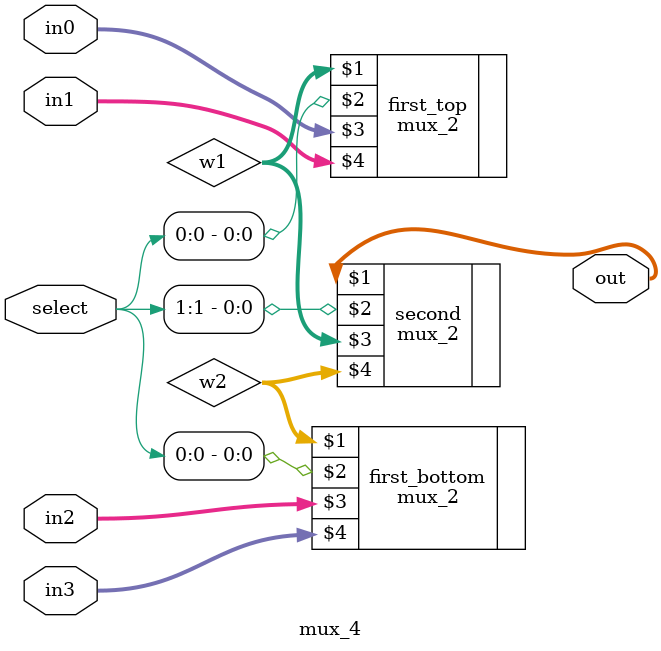
<source format=v>
module mux_4(out, select, in0, in1, in2, in3);

    input [1:0] select;
    input [31:0] in0, in1, in2, in3;
    output [31:0] out;
    wire [31:0] w1, w2;

    mux_2 first_top(w1, select[0], in0, in1);
    mux_2 first_bottom(w2, select[0], in2, in3);
    mux_2 second(out, select[1], w1, w2);

endmodule
</source>
